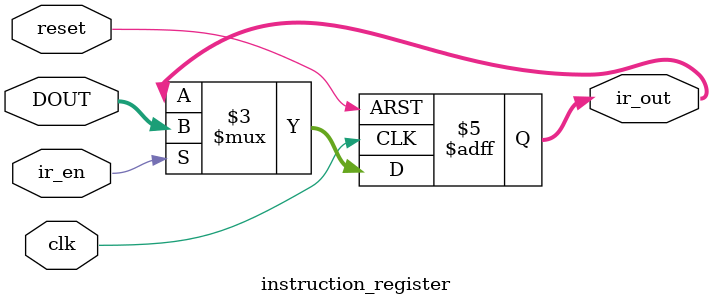
<source format=v>
module instruction_register (
    input wire clk,
    input wire reset,
    input wire ir_en,
    input wire [15:0] DOUT,   // memory output
    output reg [15:0] ir_out  // latched instruction
);
    always @(posedge clk or negedge reset) begin
        if (!reset)
            ir_out <= 16'b0;
        else if (ir_en)
            ir_out <= DOUT;
    end
endmodule

</source>
